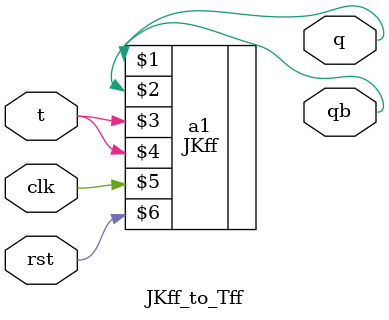
<source format=v>
`timescale 1ns / 1ps
module JKff_to_Tff(q,qb,t,clk,rst);
input t;
input clk,rst;
output wire q,qb;
JKff a1(q,qb,t,t,clk,rst);
endmodule
</source>
